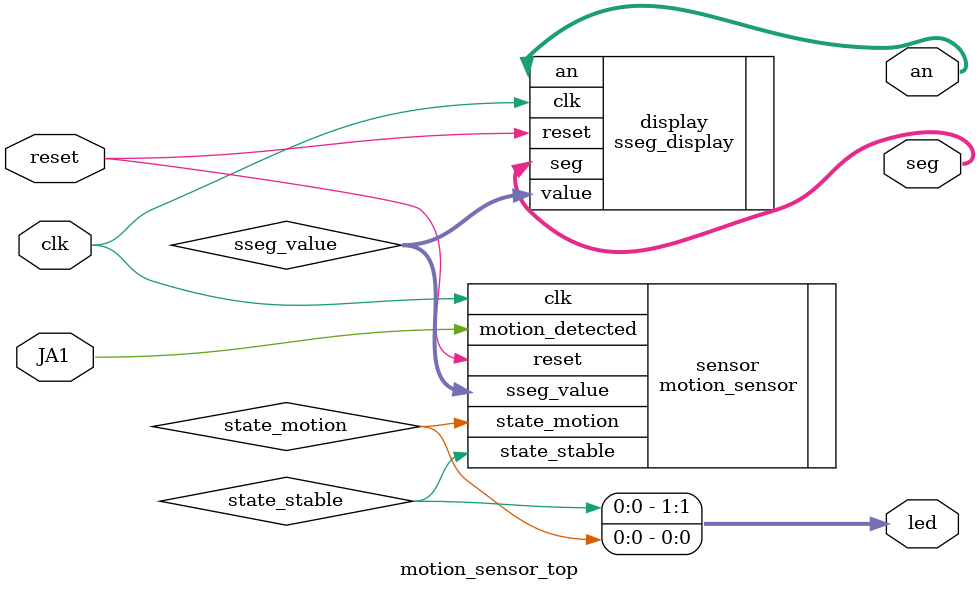
<source format=v>
`timescale 1ns / 1ps

module motion_sensor_top(
    input clk,              // 100MHz system clock
    input reset,            // Reset button
    input JA1,              // Motion sensor input connected to JA1 Pmod connector 
    output [1:0] led,       // 2 LEDs for state indication
    output [6:0] seg,       // Seven segment display segments
    output [3:0] an         // Seven segment display anodes
);

    // State outputs
    wire state_motion;
    wire state_stable;
    
    // Value for seven segment display
    wire [15:0] sseg_value;
    
    // Instantiate the motion sensor module
    motion_sensor sensor(
        .clk(clk),
        .reset(reset),
        .motion_detected(JA1),     // Connect JA1 to motion_detected input
        .state_motion(state_motion),
        .state_stable(state_stable),
        .sseg_value(sseg_value)    // Connect to seven segment value
    );
    
    // Instantiate the seven segment display controller
    sseg_display display(
        .clk(clk),
        .reset(reset),
        .value(sseg_value),
        .seg(seg),
        .an(an)
    );
    
    // Connect states to LEDs
    assign led[0] = state_motion;
    assign led[1] = state_stable;
    
endmodule
</source>
